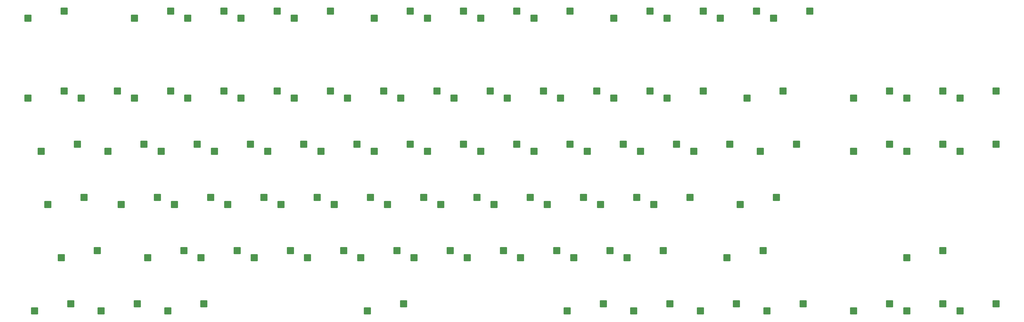
<source format=gbr>
%TF.GenerationSoftware,KiCad,Pcbnew,7.0.2-0*%
%TF.CreationDate,2024-03-15T16:03:43-04:00*%
%TF.ProjectId,75Dash_PCB,37354461-7368-45f5-9043-422e6b696361,rev?*%
%TF.SameCoordinates,Original*%
%TF.FileFunction,Paste,Bot*%
%TF.FilePolarity,Positive*%
%FSLAX46Y46*%
G04 Gerber Fmt 4.6, Leading zero omitted, Abs format (unit mm)*
G04 Created by KiCad (PCBNEW 7.0.2-0) date 2024-03-15 16:03:43*
%MOMM*%
%LPD*%
G01*
G04 APERTURE LIST*
G04 Aperture macros list*
%AMRoundRect*
0 Rectangle with rounded corners*
0 $1 Rounding radius*
0 $2 $3 $4 $5 $6 $7 $8 $9 X,Y pos of 4 corners*
0 Add a 4 corners polygon primitive as box body*
4,1,4,$2,$3,$4,$5,$6,$7,$8,$9,$2,$3,0*
0 Add four circle primitives for the rounded corners*
1,1,$1+$1,$2,$3*
1,1,$1+$1,$4,$5*
1,1,$1+$1,$6,$7*
1,1,$1+$1,$8,$9*
0 Add four rect primitives between the rounded corners*
20,1,$1+$1,$2,$3,$4,$5,0*
20,1,$1+$1,$4,$5,$6,$7,0*
20,1,$1+$1,$6,$7,$8,$9,0*
20,1,$1+$1,$8,$9,$2,$3,0*%
G04 Aperture macros list end*
%ADD10RoundRect,0.200000X-1.075000X-1.050000X1.075000X-1.050000X1.075000X1.050000X-1.075000X1.050000X0*%
G04 APERTURE END LIST*
D10*
%TO.C,MX64*%
X100103000Y-108267500D03*
X113030000Y-105727500D03*
%TD*%
%TO.C,MX40*%
X200115500Y-70167500D03*
X213042500Y-67627500D03*
%TD*%
%TO.C,MX19*%
X114390500Y-51117500D03*
X127317500Y-48577500D03*
%TD*%
%TO.C,MX45*%
X314415500Y-70167500D03*
X327342500Y-67627500D03*
%TD*%
%TO.C,MX1*%
X19140500Y-22542500D03*
X32067500Y-20002500D03*
%TD*%
%TO.C,MX16*%
X57240500Y-51117500D03*
X70167500Y-48577500D03*
%TD*%
%TO.C,MX65*%
X119153000Y-108267500D03*
X132080000Y-105727500D03*
%TD*%
%TO.C,MX3*%
X76290500Y-22542500D03*
X89217500Y-20002500D03*
%TD*%
%TO.C,MX72*%
X269171750Y-108267500D03*
X282098750Y-105727500D03*
%TD*%
%TO.C,MX14*%
X19140500Y-51117500D03*
X32067500Y-48577500D03*
%TD*%
%TO.C,MX75*%
X45334250Y-127317500D03*
X58261250Y-124777500D03*
%TD*%
%TO.C,MX36*%
X123915500Y-70167500D03*
X136842500Y-67627500D03*
%TD*%
%TO.C,MX4*%
X95340500Y-22542500D03*
X108267500Y-20002500D03*
%TD*%
%TO.C,MX58*%
X223928000Y-89217500D03*
X236855000Y-86677500D03*
%TD*%
%TO.C,MX42*%
X238215500Y-70167500D03*
X251142500Y-67627500D03*
%TD*%
%TO.C,MX50*%
X71528000Y-89217500D03*
X84455000Y-86677500D03*
%TD*%
%TO.C,MX47*%
X352515500Y-70167500D03*
X365442500Y-67627500D03*
%TD*%
%TO.C,MX68*%
X176303000Y-108267500D03*
X189230000Y-105727500D03*
%TD*%
%TO.C,MX79*%
X235834250Y-127317500D03*
X248761250Y-124777500D03*
%TD*%
%TO.C,MX28*%
X314415500Y-51117500D03*
X327342500Y-48577500D03*
%TD*%
%TO.C,MX71*%
X233453000Y-108267500D03*
X246380000Y-105727500D03*
%TD*%
%TO.C,MX81*%
X283459250Y-127317500D03*
X296386250Y-124777500D03*
%TD*%
%TO.C,MX35*%
X104865500Y-70167500D03*
X117792500Y-67627500D03*
%TD*%
%TO.C,MX59*%
X242978000Y-89217500D03*
X255905000Y-86677500D03*
%TD*%
%TO.C,MX15*%
X38190500Y-51117500D03*
X51117500Y-48577500D03*
%TD*%
%TO.C,MX6*%
X142965500Y-22542500D03*
X155892500Y-20002500D03*
%TD*%
%TO.C,MX33*%
X66765500Y-70167500D03*
X79692500Y-67627500D03*
%TD*%
%TO.C,MX39*%
X181065500Y-70167500D03*
X193992500Y-67627500D03*
%TD*%
%TO.C,MX77*%
X140584250Y-127317500D03*
X153511250Y-124777500D03*
%TD*%
%TO.C,MX69*%
X195353000Y-108267500D03*
X208280000Y-105727500D03*
%TD*%
%TO.C,MX13*%
X285840500Y-22542500D03*
X298767500Y-20002500D03*
%TD*%
%TO.C,MX56*%
X185828000Y-89217500D03*
X198755000Y-86677500D03*
%TD*%
%TO.C,MX82*%
X314415500Y-127317500D03*
X327342500Y-124777500D03*
%TD*%
%TO.C,MX9*%
X200115500Y-22542500D03*
X213042500Y-20002500D03*
%TD*%
%TO.C,MX66*%
X138203000Y-108267500D03*
X151130000Y-105727500D03*
%TD*%
%TO.C,MX38*%
X162015500Y-70167500D03*
X174942500Y-67627500D03*
%TD*%
%TO.C,MX57*%
X204878000Y-89217500D03*
X217805000Y-86677500D03*
%TD*%
%TO.C,MX55*%
X166778000Y-89217500D03*
X179705000Y-86677500D03*
%TD*%
%TO.C,MX5*%
X114390500Y-22542500D03*
X127317500Y-20002500D03*
%TD*%
%TO.C,MX76*%
X69146750Y-127317500D03*
X82073750Y-124777500D03*
%TD*%
%TO.C,MX54*%
X147728000Y-89217500D03*
X160655000Y-86677500D03*
%TD*%
%TO.C,MX60*%
X273934250Y-89217500D03*
X286861250Y-86677500D03*
%TD*%
%TO.C,MX52*%
X109628000Y-89217500D03*
X122555000Y-86677500D03*
%TD*%
%TO.C,MX30*%
X352515500Y-51117500D03*
X365442500Y-48577500D03*
%TD*%
%TO.C,MX27*%
X276315500Y-51117500D03*
X289242500Y-48577500D03*
%TD*%
%TO.C,MX32*%
X47715500Y-70167500D03*
X60642500Y-67627500D03*
%TD*%
%TO.C,MX7*%
X162015500Y-22542500D03*
X174942500Y-20002500D03*
%TD*%
%TO.C,MX46*%
X333465500Y-70167500D03*
X346392500Y-67627500D03*
%TD*%
%TO.C,MX11*%
X247740500Y-22542500D03*
X260667500Y-20002500D03*
%TD*%
%TO.C,MX78*%
X212021750Y-127317500D03*
X224948750Y-124777500D03*
%TD*%
%TO.C,MX53*%
X128678000Y-89217500D03*
X141605000Y-86677500D03*
%TD*%
%TO.C,MX63*%
X81053000Y-108267500D03*
X93980000Y-105727500D03*
%TD*%
%TO.C,MX67*%
X157253000Y-108267500D03*
X170180000Y-105727500D03*
%TD*%
%TO.C,MX61*%
X31046750Y-108267500D03*
X43973750Y-105727500D03*
%TD*%
%TO.C,MX2*%
X57240500Y-22542500D03*
X70167500Y-20002500D03*
%TD*%
%TO.C,MX51*%
X90578000Y-89217500D03*
X103505000Y-86677500D03*
%TD*%
%TO.C,MX29*%
X333465500Y-51117500D03*
X346392500Y-48577500D03*
%TD*%
%TO.C,MX83*%
X333465500Y-127317500D03*
X346392500Y-124777500D03*
%TD*%
%TO.C,MX34*%
X85815500Y-70167500D03*
X98742500Y-67627500D03*
%TD*%
%TO.C,MX20*%
X133440500Y-51117500D03*
X146367500Y-48577500D03*
%TD*%
%TO.C,MX25*%
X228690500Y-51117500D03*
X241617500Y-48577500D03*
%TD*%
%TO.C,MX10*%
X228690500Y-22542500D03*
X241617500Y-20002500D03*
%TD*%
%TO.C,MX48*%
X26284250Y-89217500D03*
X39211250Y-86677500D03*
%TD*%
%TO.C,MX70*%
X214403000Y-108267500D03*
X227330000Y-105727500D03*
%TD*%
%TO.C,MX43*%
X257265500Y-70167500D03*
X270192500Y-67627500D03*
%TD*%
%TO.C,MX8*%
X181065500Y-22542500D03*
X193992500Y-20002500D03*
%TD*%
%TO.C,MX12*%
X266790500Y-22542500D03*
X279717500Y-20002500D03*
%TD*%
%TO.C,MX84*%
X352515500Y-127317500D03*
X365442500Y-124777500D03*
%TD*%
%TO.C,MX62*%
X62003000Y-108267500D03*
X74930000Y-105727500D03*
%TD*%
%TO.C,MX18*%
X95340500Y-51117500D03*
X108267500Y-48577500D03*
%TD*%
%TO.C,MX80*%
X259646750Y-127317500D03*
X272573750Y-124777500D03*
%TD*%
%TO.C,MX73*%
X333465500Y-108267500D03*
X346392500Y-105727500D03*
%TD*%
%TO.C,MX21*%
X152490500Y-51117500D03*
X165417500Y-48577500D03*
%TD*%
%TO.C,MX41*%
X219165500Y-70167500D03*
X232092500Y-67627500D03*
%TD*%
%TO.C,MX24*%
X209640500Y-51117500D03*
X222567500Y-48577500D03*
%TD*%
%TO.C,MX37*%
X142965500Y-70167500D03*
X155892500Y-67627500D03*
%TD*%
%TO.C,MX44*%
X281078000Y-70167500D03*
X294005000Y-67627500D03*
%TD*%
%TO.C,MX26*%
X247740500Y-51117500D03*
X260667500Y-48577500D03*
%TD*%
%TO.C,MX22*%
X171540500Y-51117500D03*
X184467500Y-48577500D03*
%TD*%
%TO.C,MX74*%
X21521750Y-127317500D03*
X34448750Y-124777500D03*
%TD*%
%TO.C,MX23*%
X190590500Y-51117500D03*
X203517500Y-48577500D03*
%TD*%
%TO.C,MX31*%
X23903000Y-70167500D03*
X36830000Y-67627500D03*
%TD*%
%TO.C,MX17*%
X76290500Y-51117500D03*
X89217500Y-48577500D03*
%TD*%
%TO.C,MX49*%
X52478000Y-89217500D03*
X65405000Y-86677500D03*
%TD*%
M02*

</source>
